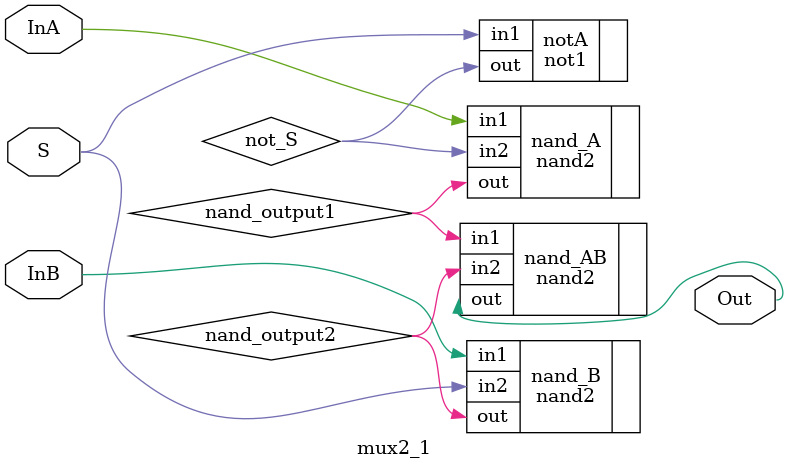
<source format=v>
module mux2_1 (InA, InB, S, Out);

input InA, InB, S;
output Out;
wire not_S, nand_output1, nand_output2;

not1 notA(.in1(S), .out(not_S));
nand2 nand_A(.in1(InA), .in2(not_S), .out(nand_output1));
nand2 nand_B(.in1(InB), .in2(S), .out(nand_output2));
nand2 nand_AB(.in1(nand_output1), .in2(nand_output2), .out(Out));

endmodule


</source>
